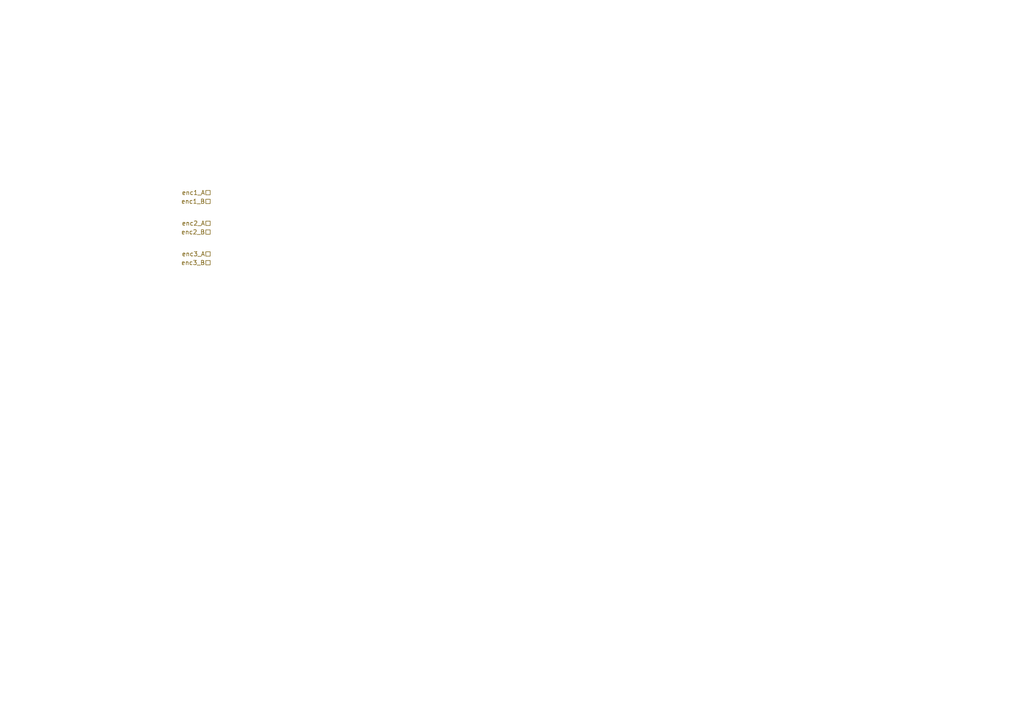
<source format=kicad_sch>
(kicad_sch
	(version 20231120)
	(generator "eeschema")
	(generator_version "8.0")
	(uuid "ae386929-9353-4428-9147-ec2dca6bed35")
	(paper "A4")
	(lib_symbols)
	(hierarchical_label "enc1_B"
		(shape passive)
		(at 60.96 58.42 180)
		(fields_autoplaced yes)
		(effects
			(font
				(size 1.27 1.27)
			)
			(justify right)
		)
		(uuid "192c8ce0-fbf0-4bbb-b864-6074a1be22cb")
	)
	(hierarchical_label "enc1_A"
		(shape passive)
		(at 60.96 55.88 180)
		(fields_autoplaced yes)
		(effects
			(font
				(size 1.27 1.27)
			)
			(justify right)
		)
		(uuid "3777e455-a224-4d8f-9b33-0b22e0b3de51")
	)
	(hierarchical_label "enc2_B"
		(shape passive)
		(at 60.96 67.31 180)
		(fields_autoplaced yes)
		(effects
			(font
				(size 1.27 1.27)
			)
			(justify right)
		)
		(uuid "415d3662-fd97-44e8-8f12-8b8657b853d0")
	)
	(hierarchical_label "enc3_A"
		(shape passive)
		(at 60.96 73.66 180)
		(fields_autoplaced yes)
		(effects
			(font
				(size 1.27 1.27)
			)
			(justify right)
		)
		(uuid "8804ee86-4cfc-4216-950f-eda45ee4d21c")
	)
	(hierarchical_label "enc2_A"
		(shape passive)
		(at 60.96 64.77 180)
		(fields_autoplaced yes)
		(effects
			(font
				(size 1.27 1.27)
			)
			(justify right)
		)
		(uuid "a8fd95dc-8bd4-411b-b77c-9729aff4ea2a")
	)
	(hierarchical_label "enc3_B"
		(shape passive)
		(at 60.96 76.2 180)
		(fields_autoplaced yes)
		(effects
			(font
				(size 1.27 1.27)
			)
			(justify right)
		)
		(uuid "db233f94-aba8-44b4-ae01-77808fc4e7c9")
	)
)

</source>
